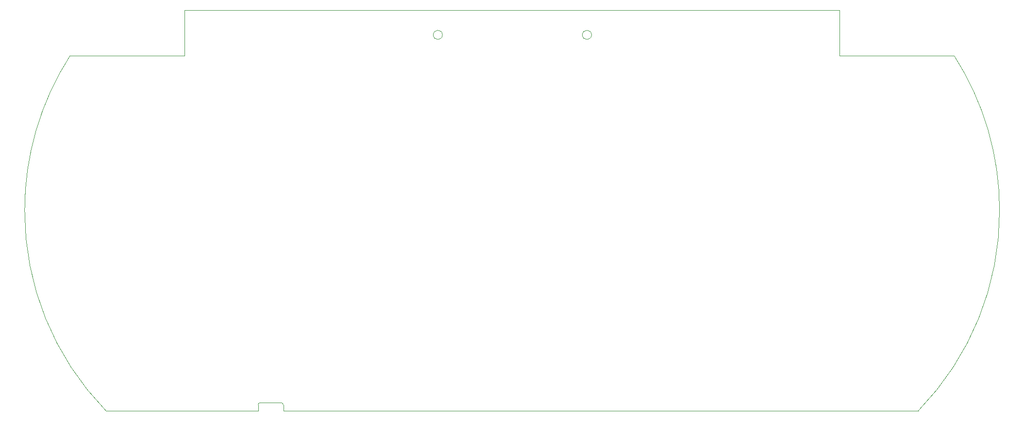
<source format=gm1>
%TF.GenerationSoftware,KiCad,Pcbnew,(6.0.7)*%
%TF.CreationDate,2023-03-31T21:06:09+02:00*%
%TF.ProjectId,airboy,61697262-6f79-42e6-9b69-6361645f7063,rev?*%
%TF.SameCoordinates,Original*%
%TF.FileFunction,Profile,NP*%
%FSLAX46Y46*%
G04 Gerber Fmt 4.6, Leading zero omitted, Abs format (unit mm)*
G04 Created by KiCad (PCBNEW (6.0.7)) date 2023-03-31 21:06:09*
%MOMM*%
%LPD*%
G01*
G04 APERTURE LIST*
%TA.AperFunction,Profile*%
%ADD10C,0.100000*%
%TD*%
%TA.AperFunction,Profile*%
%ADD11C,0.120000*%
%TD*%
G04 APERTURE END LIST*
D10*
X208250000Y-58500000D02*
X179550000Y-58500000D01*
X115550000Y-128500000D02*
X222000000Y-128500000D01*
X236149988Y-93500000D02*
G75*
G03*
X228250000Y-66500000I-49967288J35700D01*
G01*
X208250000Y-66500000D02*
X208250000Y-58500000D01*
X66150002Y-93500000D02*
G75*
G03*
X80300000Y-128500000I49957448J-163240D01*
G01*
X94050000Y-66500000D02*
X74050000Y-66500000D01*
X102550000Y-128500000D02*
X80300000Y-128500000D01*
X74050001Y-66500000D02*
G75*
G03*
X66150000Y-93500000I42067289J-26964320D01*
G01*
X221999997Y-128499997D02*
G75*
G03*
X236150000Y-93500000I-35807427J34836757D01*
G01*
X179550000Y-58500000D02*
X94050000Y-58500000D01*
X228250000Y-66500000D02*
X208250000Y-66500000D01*
X94050000Y-66500000D02*
X94050000Y-58500000D01*
D11*
%TO.C,J5*%
X111250000Y-128500000D02*
X115550000Y-128500000D01*
X107250000Y-127100000D02*
X110850000Y-127100000D01*
X106850000Y-128500000D02*
X102550000Y-128500000D01*
X111250000Y-127500000D02*
X111250000Y-128500000D01*
X106850000Y-127500000D02*
X106850000Y-128500000D01*
X107250000Y-127100000D02*
G75*
G03*
X106850000Y-127500000I0J-400000D01*
G01*
X111250000Y-127500000D02*
G75*
G03*
X110850000Y-127100000I-400002J-2D01*
G01*
%TO.C,J1*%
X139000000Y-62830000D02*
G75*
G03*
X139000000Y-62830000I-800000J0D01*
G01*
X165000000Y-62830000D02*
G75*
G03*
X165000000Y-62830000I-800000J0D01*
G01*
%TD*%
M02*

</source>
